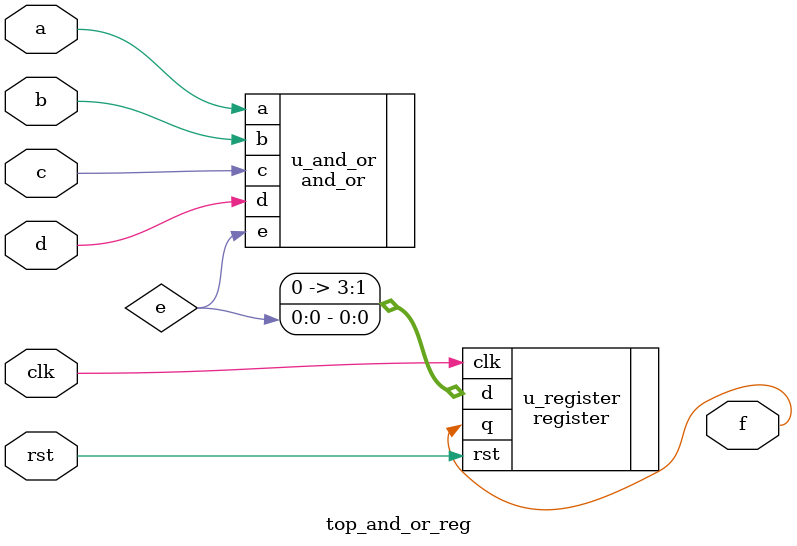
<source format=v>
module top_and_or_reg (
  input wire a, b, c, d,     // Inputs for AND-OR logic
  input wire clk,            // Clock signal
  input wire rst,            // Reset signal
  output wire f              // Final output (registered value)
);

  // Internal signal to connect combinational logic to the register
  wire e;

  // Instantiate the AND-OR logic module
  and_or u_and_or (
    .a(a),
    .b(b),
    .c(c),
    .d(d),
    .e(e)
  );

  // Instantiate the register module (using a 1-bit register for simplicity)
  register u_register (
    .d({3'b000, e}),         // Only use the LSB of the register for 'e'
    .clk(clk),
    .rst(rst),
    .q(f)
  );

endmodule

</source>
